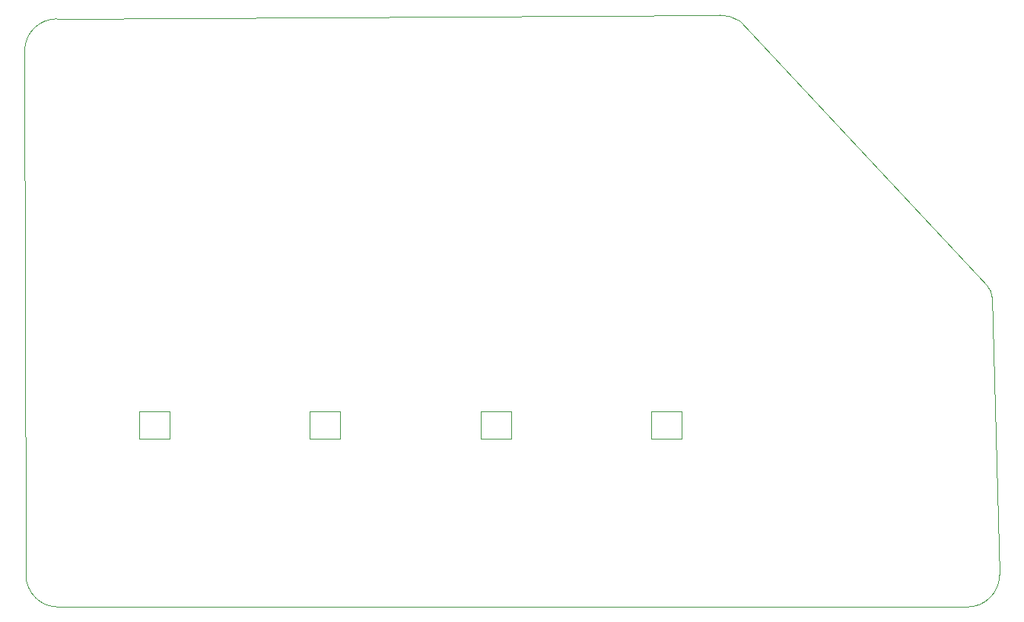
<source format=gm1>
%TF.GenerationSoftware,KiCad,Pcbnew,9.0.7*%
%TF.CreationDate,2026-02-17T21:12:57+08:00*%
%TF.ProjectId,3rd testing,33726420-7465-4737-9469-6e672e6b6963,rev?*%
%TF.SameCoordinates,Original*%
%TF.FileFunction,Profile,NP*%
%FSLAX46Y46*%
G04 Gerber Fmt 4.6, Leading zero omitted, Abs format (unit mm)*
G04 Created by KiCad (PCBNEW 9.0.7) date 2026-02-17 21:12:57*
%MOMM*%
%LPD*%
G01*
G04 APERTURE LIST*
%TA.AperFunction,Profile*%
%ADD10C,0.050000*%
%TD*%
%TA.AperFunction,Profile*%
%ADD11C,0.010000*%
%TD*%
G04 APERTURE END LIST*
D10*
X63022500Y-48170625D02*
X63172500Y-105320625D01*
X170178750Y-74364375D02*
X142624212Y-44853998D01*
X171519375Y-106511200D02*
G75*
G02*
X167947500Y-110083075I-3571875J0D01*
G01*
X63172476Y-106511250D02*
X63172500Y-105320625D01*
X171519375Y-106511200D02*
X170671923Y-75555000D01*
X170178750Y-74364375D02*
G75*
G02*
X170671916Y-75555000I-1190650J-1190625D01*
G01*
X66744375Y-110083124D02*
X167947500Y-110083125D01*
X140413125Y-44184536D02*
G75*
G02*
X142624199Y-44854013I-25J-3986064D01*
G01*
X66594375Y-44598750D02*
X140413125Y-44184536D01*
X66744375Y-110083125D02*
G75*
G02*
X63172475Y-106511250I25J3571925D01*
G01*
X63022500Y-48170625D02*
G75*
G02*
X66594375Y-44598750I3571880J-5D01*
G01*
D11*
%TO.C,D8*%
X132760000Y-88342500D02*
X132760000Y-91342500D01*
X132760000Y-91342500D02*
X136160000Y-91342500D01*
X136160000Y-88342500D02*
X132760000Y-88342500D01*
X136160000Y-91342500D02*
X136160000Y-88342500D01*
%TO.C,D5*%
X75760000Y-88342500D02*
X75760000Y-91342500D01*
X75760000Y-91342500D02*
X79160000Y-91342500D01*
X79160000Y-88342500D02*
X75760000Y-88342500D01*
X79160000Y-91342500D02*
X79160000Y-88342500D01*
%TO.C,D6*%
X94760000Y-88342500D02*
X94760000Y-91342500D01*
X94760000Y-91342500D02*
X98160000Y-91342500D01*
X98160000Y-88342500D02*
X94760000Y-88342500D01*
X98160000Y-91342500D02*
X98160000Y-88342500D01*
%TO.C,D7*%
X113760000Y-88342500D02*
X113760000Y-91342500D01*
X113760000Y-91342500D02*
X117160000Y-91342500D01*
X117160000Y-88342500D02*
X113760000Y-88342500D01*
X117160000Y-91342500D02*
X117160000Y-88342500D01*
%TD*%
M02*

</source>
